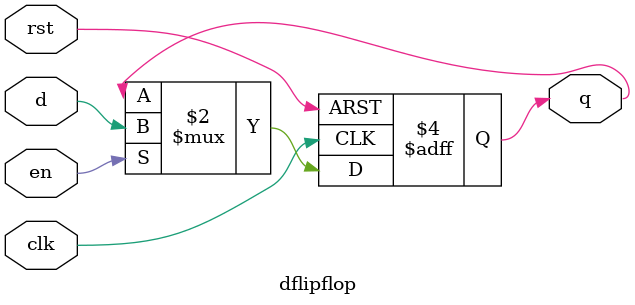
<source format=v>
module dflipflop (
    /* Port Declarations */
    input d,     // Input Data
    input clk,   // Clock Signal
    input en,    // Enable Flip-Flop
    input rst,   // Reset Flip-Flop
    output reg q // Flip-Flop Stored Data
);

/* D Flip-Flop Logic */
    always @ (posedge clk, posedge rst) begin
        if(rst) 
        begin: reset_flip_flop
            q <= 1'b0;
        end
        else if(en)
        begin: register_input_data
            q <= d;
        end
    end
endmodule
</source>
